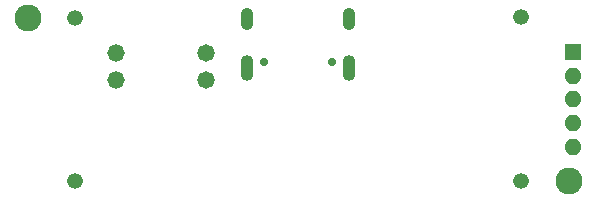
<source format=gts>
%TF.GenerationSoftware,KiCad,Pcbnew,(7.0.0-0)*%
%TF.CreationDate,2023-08-09T13:49:59+02:00*%
%TF.ProjectId,shine-usb-c,7368696e-652d-4757-9362-2d632e6b6963,1*%
%TF.SameCoordinates,Original*%
%TF.FileFunction,Soldermask,Top*%
%TF.FilePolarity,Negative*%
%FSLAX46Y46*%
G04 Gerber Fmt 4.6, Leading zero omitted, Abs format (unit mm)*
G04 Created by KiCad (PCBNEW (7.0.0-0)) date 2023-08-09 13:49:59*
%MOMM*%
%LPD*%
G01*
G04 APERTURE LIST*
G04 Aperture macros list*
%AMRoundRect*
0 Rectangle with rounded corners*
0 $1 Rounding radius*
0 $2 $3 $4 $5 $6 $7 $8 $9 X,Y pos of 4 corners*
0 Add a 4 corners polygon primitive as box body*
4,1,4,$2,$3,$4,$5,$6,$7,$8,$9,$2,$3,0*
0 Add four circle primitives for the rounded corners*
1,1,$1+$1,$2,$3*
1,1,$1+$1,$4,$5*
1,1,$1+$1,$6,$7*
1,1,$1+$1,$8,$9*
0 Add four rect primitives between the rounded corners*
20,1,$1+$1,$2,$3,$4,$5,0*
20,1,$1+$1,$4,$5,$6,$7,0*
20,1,$1+$1,$6,$7,$8,$9,0*
20,1,$1+$1,$8,$9,$2,$3,0*%
G04 Aperture macros list end*
%ADD10C,0.726000*%
%ADD11O,1.076000X1.876000*%
%ADD12O,1.076000X2.176000*%
%ADD13C,1.476000*%
%ADD14O,1.476000X1.476000*%
%ADD15C,1.326000*%
%ADD16C,2.276000*%
%ADD17RoundRect,0.038000X0.675000X0.675000X-0.675000X0.675000X-0.675000X-0.675000X0.675000X-0.675000X0*%
%ADD18O,1.426000X1.426000*%
G04 APERTURE END LIST*
D10*
%TO.C,J2*%
X150110000Y-92855000D03*
X155890000Y-92855000D03*
D11*
X148679999Y-89174999D03*
X157319999Y-89174999D03*
D12*
X148679999Y-93354998D03*
X157319999Y-93354998D03*
%TD*%
D13*
%TO.C,R2*%
X145210000Y-94400000D03*
D14*
X137589999Y-94399999D03*
%TD*%
D15*
%TO.C,*%
X171850000Y-89050000D03*
%TD*%
D16*
%TO.C,REF\u002A\u002A*%
X130100000Y-89100000D03*
%TD*%
D15*
%TO.C,*%
X171850000Y-102900000D03*
%TD*%
D13*
%TO.C,R1*%
X145210000Y-92100000D03*
D14*
X137589999Y-92099999D03*
%TD*%
D15*
%TO.C,*%
X134125000Y-102925000D03*
%TD*%
D16*
%TO.C,REF\u002A\u002A*%
X175900000Y-102900000D03*
%TD*%
D15*
%TO.C,*%
X134125000Y-89100000D03*
%TD*%
D17*
%TO.C,J1*%
X176250000Y-92000000D03*
D18*
X176249999Y-93999999D03*
X176249999Y-95999999D03*
X176249999Y-97999999D03*
X176249999Y-99999999D03*
%TD*%
M02*

</source>
